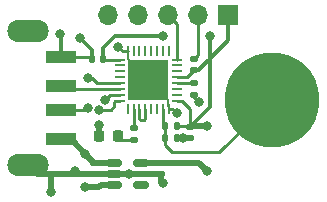
<source format=gbr>
%TF.GenerationSoftware,KiCad,Pcbnew,(7.0.0)*%
%TF.CreationDate,2023-02-23T15:33:30+08:00*%
%TF.ProjectId,CK,434b2e6b-6963-4616-945f-706362585858,rev?*%
%TF.SameCoordinates,Original*%
%TF.FileFunction,Copper,L1,Top*%
%TF.FilePolarity,Positive*%
%FSLAX46Y46*%
G04 Gerber Fmt 4.6, Leading zero omitted, Abs format (unit mm)*
G04 Created by KiCad (PCBNEW (7.0.0)) date 2023-02-23 15:33:30*
%MOMM*%
%LPD*%
G01*
G04 APERTURE LIST*
G04 Aperture macros list*
%AMRoundRect*
0 Rectangle with rounded corners*
0 $1 Rounding radius*
0 $2 $3 $4 $5 $6 $7 $8 $9 X,Y pos of 4 corners*
0 Add a 4 corners polygon primitive as box body*
4,1,4,$2,$3,$4,$5,$6,$7,$8,$9,$2,$3,0*
0 Add four circle primitives for the rounded corners*
1,1,$1+$1,$2,$3*
1,1,$1+$1,$4,$5*
1,1,$1+$1,$6,$7*
1,1,$1+$1,$8,$9*
0 Add four rect primitives between the rounded corners*
20,1,$1+$1,$2,$3,$4,$5,0*
20,1,$1+$1,$4,$5,$6,$7,0*
20,1,$1+$1,$6,$7,$8,$9,0*
20,1,$1+$1,$8,$9,$2,$3,0*%
G04 Aperture macros list end*
%TA.AperFunction,ComponentPad*%
%ADD10R,1.700000X1.700000*%
%TD*%
%TA.AperFunction,ComponentPad*%
%ADD11O,1.700000X1.700000*%
%TD*%
%TA.AperFunction,SMDPad,CuDef*%
%ADD12RoundRect,0.062500X0.375000X0.062500X-0.375000X0.062500X-0.375000X-0.062500X0.375000X-0.062500X0*%
%TD*%
%TA.AperFunction,SMDPad,CuDef*%
%ADD13RoundRect,0.062500X0.062500X0.375000X-0.062500X0.375000X-0.062500X-0.375000X0.062500X-0.375000X0*%
%TD*%
%TA.AperFunction,SMDPad,CuDef*%
%ADD14R,3.450000X3.450000*%
%TD*%
%TA.AperFunction,ComponentPad*%
%ADD15O,3.500000X1.900000*%
%TD*%
%TA.AperFunction,SMDPad,CuDef*%
%ADD16R,2.500000X1.100000*%
%TD*%
%TA.AperFunction,SMDPad,CuDef*%
%ADD17RoundRect,0.218750X-0.218750X-0.256250X0.218750X-0.256250X0.218750X0.256250X-0.218750X0.256250X0*%
%TD*%
%TA.AperFunction,SMDPad,CuDef*%
%ADD18RoundRect,0.140000X0.170000X-0.140000X0.170000X0.140000X-0.170000X0.140000X-0.170000X-0.140000X0*%
%TD*%
%TA.AperFunction,SMDPad,CuDef*%
%ADD19RoundRect,0.135000X0.185000X-0.135000X0.185000X0.135000X-0.185000X0.135000X-0.185000X-0.135000X0*%
%TD*%
%TA.AperFunction,SMDPad,CuDef*%
%ADD20RoundRect,0.140000X-0.170000X0.140000X-0.170000X-0.140000X0.170000X-0.140000X0.170000X0.140000X0*%
%TD*%
%TA.AperFunction,SMDPad,CuDef*%
%ADD21C,8.000000*%
%TD*%
%TA.AperFunction,SMDPad,CuDef*%
%ADD22RoundRect,0.135000X0.135000X0.185000X-0.135000X0.185000X-0.135000X-0.185000X0.135000X-0.185000X0*%
%TD*%
%TA.AperFunction,SMDPad,CuDef*%
%ADD23RoundRect,0.150000X-0.512500X-0.150000X0.512500X-0.150000X0.512500X0.150000X-0.512500X0.150000X0*%
%TD*%
%TA.AperFunction,SMDPad,CuDef*%
%ADD24RoundRect,0.140000X-0.140000X-0.170000X0.140000X-0.170000X0.140000X0.170000X-0.140000X0.170000X0*%
%TD*%
%TA.AperFunction,ViaPad*%
%ADD25C,0.800000*%
%TD*%
%TA.AperFunction,Conductor*%
%ADD26C,0.250000*%
%TD*%
%TA.AperFunction,Conductor*%
%ADD27C,0.500000*%
%TD*%
%TA.AperFunction,Conductor*%
%ADD28C,0.200000*%
%TD*%
%TA.AperFunction,Conductor*%
%ADD29C,0.300000*%
%TD*%
G04 APERTURE END LIST*
D10*
%TO.P,J2,1,Pin_1*%
%TO.N,/+3.3V*%
X112319999Y-98249999D03*
D11*
%TO.P,J2,2,Pin_2*%
%TO.N,/GND*%
X109779999Y-98249999D03*
%TO.P,J2,3,Pin_3*%
%TO.N,/DBG_TX*%
X107239999Y-98249999D03*
%TO.P,J2,4,Pin_4*%
%TO.N,/SWDCLK*%
X104699999Y-98249999D03*
%TO.P,J2,5,Pin_5*%
%TO.N,/SWDIO*%
X102159999Y-98249999D03*
%TD*%
D12*
%TO.P,U1,1,VDD*%
%TO.N,/+3.3V*%
X107987500Y-105550000D03*
%TO.P,U1,2,PC14*%
%TO.N,unconnected-(U1-PC14-Pad2)*%
X107987500Y-105050000D03*
%TO.P,U1,3,PC15*%
%TO.N,unconnected-(U1-PC15-Pad3)*%
X107987500Y-104550000D03*
%TO.P,U1,4,NRST*%
%TO.N,/RST*%
X107987500Y-104050000D03*
%TO.P,U1,5,VDDA*%
%TO.N,/+3.3V*%
X107987500Y-103550000D03*
%TO.P,U1,6,PA0*%
%TO.N,unconnected-(U1-PA0-Pad6)*%
X107987500Y-103050000D03*
%TO.P,U1,7,PA1*%
%TO.N,unconnected-(U1-PA1-Pad7)*%
X107987500Y-102550000D03*
%TO.P,U1,8,PA2*%
%TO.N,/DBG_TX*%
X107987500Y-102050000D03*
D13*
%TO.P,U1,9,PA3*%
%TO.N,unconnected-(U1-PA3-Pad9)*%
X107300000Y-101362500D03*
%TO.P,U1,10,PA4*%
%TO.N,unconnected-(U1-PA4-Pad10)*%
X106800000Y-101362500D03*
%TO.P,U1,11,PA5*%
%TO.N,unconnected-(U1-PA5-Pad11)*%
X106300000Y-101362500D03*
%TO.P,U1,12,PA6*%
%TO.N,unconnected-(U1-PA6-Pad12)*%
X105800000Y-101362500D03*
%TO.P,U1,13,PA7*%
%TO.N,unconnected-(U1-PA7-Pad13)*%
X105300000Y-101362500D03*
%TO.P,U1,14,PB0*%
%TO.N,unconnected-(U1-PB0-Pad14)*%
X104800000Y-101362500D03*
%TO.P,U1,15,PB1*%
%TO.N,unconnected-(U1-PB1-Pad15)*%
X104300000Y-101362500D03*
%TO.P,U1,16,VSS*%
%TO.N,/GND*%
X103800000Y-101362500D03*
D12*
%TO.P,U1,17,VDD*%
%TO.N,/+3.3V*%
X103112500Y-102050000D03*
%TO.P,U1,18,PA8*%
%TO.N,unconnected-(U1-PA8-Pad18)*%
X103112500Y-102550000D03*
%TO.P,U1,19,PA9*%
%TO.N,unconnected-(U1-PA9-Pad19)*%
X103112500Y-103050000D03*
%TO.P,U1,20,PA10*%
%TO.N,unconnected-(U1-PA10-Pad20)*%
X103112500Y-103550000D03*
%TO.P,U1,21,PA11*%
%TO.N,/USB_DM*%
X103112500Y-104050000D03*
%TO.P,U1,22,PA12*%
%TO.N,/USB_DP*%
X103112500Y-104550000D03*
%TO.P,U1,23,PA13*%
%TO.N,/SWDCLK*%
X103112500Y-105050000D03*
%TO.P,U1,24,PA14*%
%TO.N,/SWDIO*%
X103112500Y-105550000D03*
D13*
%TO.P,U1,25,PA15*%
%TO.N,unconnected-(U1-PA15-Pad25)*%
X103800000Y-106237500D03*
%TO.P,U1,26,PB3*%
%TO.N,/LED*%
X104300000Y-106237500D03*
%TO.P,U1,27,PB4*%
%TO.N,Net-(U1-PB4)*%
X104800000Y-106237500D03*
%TO.P,U1,28,PB5*%
X105300000Y-106237500D03*
%TO.P,U1,29,PB6*%
%TO.N,unconnected-(U1-PB6-Pad29)*%
X105800000Y-106237500D03*
%TO.P,U1,30,PB7*%
%TO.N,unconnected-(U1-PB7-Pad30)*%
X106300000Y-106237500D03*
%TO.P,U1,31,PH3*%
%TO.N,/TOUCH*%
X106800000Y-106237500D03*
%TO.P,U1,32,VSS*%
%TO.N,/GND*%
X107300000Y-106237500D03*
D14*
%TO.P,U1,33,VSS*%
X105549999Y-103799999D03*
%TD*%
D15*
%TO.P,J1,5,Shield*%
%TO.N,/GND*%
X95399999Y-99599999D03*
X95399999Y-110999999D03*
D16*
%TO.P,J1,4,GND*%
X98149999Y-101799999D03*
%TO.P,J1,3,D+*%
%TO.N,/USB_DP*%
X98149999Y-104299999D03*
%TO.P,J1,2,D-*%
%TO.N,/USB_DM*%
X98149999Y-106299999D03*
%TO.P,J1,1,VBUS*%
%TO.N,/+5V_USB*%
X98149999Y-108799999D03*
%TD*%
D17*
%TO.P,D1,1,K*%
%TO.N,/GND*%
X101400000Y-108500000D03*
%TO.P,D1,2,A*%
%TO.N,Net-(D1-A)*%
X102975000Y-108500000D03*
%TD*%
D18*
%TO.P,C2,1*%
%TO.N,/GND*%
X109050000Y-108700000D03*
%TO.P,C2,2*%
%TO.N,/+3.3V*%
X109050000Y-107740000D03*
%TD*%
D19*
%TO.P,R2,1*%
%TO.N,Net-(D1-A)*%
X104300000Y-108870000D03*
%TO.P,R2,2*%
%TO.N,/LED*%
X104300000Y-107850000D03*
%TD*%
D20*
%TO.P,C5,1*%
%TO.N,/+5V_USB*%
X100975000Y-110800000D03*
%TO.P,C5,2*%
%TO.N,/GND*%
X100975000Y-111760000D03*
%TD*%
D21*
%TO.P,TP1,1,1*%
%TO.N,/TOUCH*%
X116000000Y-105450000D03*
%TD*%
D20*
%TO.P,C6,1*%
%TO.N,/+3.3V*%
X106625000Y-110800000D03*
%TO.P,C6,2*%
%TO.N,/GND*%
X106625000Y-111760000D03*
%TD*%
D22*
%TO.P,R1,1*%
%TO.N,/GND*%
X107970000Y-108700000D03*
%TO.P,R1,2*%
%TO.N,/TOUCH*%
X106950000Y-108700000D03*
%TD*%
D20*
%TO.P,C4,1*%
%TO.N,/GND*%
X109450000Y-101990000D03*
%TO.P,C4,2*%
%TO.N,/+3.3V*%
X109450000Y-102950000D03*
%TD*%
D18*
%TO.P,C1,1*%
%TO.N,/GND*%
X109450000Y-105010000D03*
%TO.P,C1,2*%
%TO.N,/RST*%
X109450000Y-104050000D03*
%TD*%
D23*
%TO.P,U2,5,OUT*%
%TO.N,/+3.3V*%
X104925000Y-110800000D03*
%TO.P,U2,4,NR*%
%TO.N,unconnected-(U2-NR-Pad4)*%
X104925000Y-112700000D03*
%TO.P,U2,3,EN*%
%TO.N,/+5V_USB*%
X102650000Y-112700000D03*
%TO.P,U2,2,GND*%
%TO.N,/GND*%
X102650000Y-111750000D03*
%TO.P,U2,1,IN*%
%TO.N,/+5V_USB*%
X102650000Y-110800000D03*
%TD*%
D24*
%TO.P,C3,1*%
%TO.N,/GND*%
X100790000Y-102000000D03*
%TO.P,C3,2*%
%TO.N,/+3.3V*%
X101750000Y-102000000D03*
%TD*%
D22*
%TO.P,R3,1*%
%TO.N,/+3.3V*%
X107970000Y-107650000D03*
%TO.P,R3,2*%
%TO.N,/TOUCH*%
X106950000Y-107650000D03*
%TD*%
D25*
%TO.N,/GND*%
X99363000Y-111450000D03*
X106800000Y-112500000D03*
X103000000Y-100950000D03*
X106425000Y-104675000D03*
X104650000Y-104750000D03*
X106500000Y-102750000D03*
X104650000Y-102800000D03*
X109850000Y-105650000D03*
X108500000Y-108700000D03*
X107950000Y-106600000D03*
X103900000Y-111760000D03*
X97300000Y-113300000D03*
%TO.N,/+3.3V*%
X110500000Y-111500000D03*
X110500000Y-107700000D03*
X110750000Y-100050000D03*
X106750000Y-100050000D03*
%TO.N,/GND*%
X99800000Y-100250000D03*
X98100000Y-99900000D03*
X101400000Y-107550000D03*
%TO.N,/+5V_USB*%
X100200000Y-112800000D03*
X100212500Y-110037500D03*
%TO.N,/USB_DM*%
X100400000Y-106150000D03*
X100400000Y-103600000D03*
%TO.N,/SWDCLK*%
X101900000Y-105450000D03*
%TO.N,/SWDIO*%
X101386601Y-106310076D03*
%TD*%
D26*
%TO.N,/SWDIO*%
X102650000Y-106012500D02*
X102352424Y-106310076D01*
X102750000Y-105550000D02*
X102650000Y-105650000D01*
X102650000Y-105650000D02*
X102650000Y-106012500D01*
X103112500Y-105550000D02*
X102750000Y-105550000D01*
X101386601Y-106310076D02*
X102352424Y-106310076D01*
D27*
%TO.N,/GND*%
X99673000Y-111760000D02*
X99363000Y-111450000D01*
X100975000Y-111760000D02*
X99673000Y-111760000D01*
X106625000Y-112325000D02*
X106800000Y-112500000D01*
X106625000Y-111760000D02*
X106625000Y-112325000D01*
D28*
X103850000Y-102000000D02*
X104650000Y-102800000D01*
X103850000Y-101412500D02*
X103850000Y-102000000D01*
X103800000Y-101362500D02*
X103850000Y-101412500D01*
D26*
X103412500Y-101362500D02*
X103000000Y-100950000D01*
X103800000Y-101362500D02*
X103412500Y-101362500D01*
D29*
X105550000Y-103800000D02*
X106425000Y-104675000D01*
D28*
X107225000Y-105475000D02*
X106425000Y-104675000D01*
D29*
X105550000Y-103850000D02*
X104650000Y-104750000D01*
X105550000Y-103800000D02*
X105550000Y-103850000D01*
X105550000Y-103700000D02*
X106500000Y-102750000D01*
X105550000Y-103700000D02*
X104650000Y-102800000D01*
X105550000Y-103800000D02*
X105550000Y-103700000D01*
X109450000Y-105250000D02*
X109850000Y-105650000D01*
X109450000Y-105010000D02*
X109450000Y-105250000D01*
D27*
X109050000Y-108700000D02*
X108500000Y-108700000D01*
X108500000Y-108700000D02*
X107970000Y-108700000D01*
D26*
X107587500Y-106237500D02*
X107950000Y-106600000D01*
X107300000Y-106237500D02*
X107587500Y-106237500D01*
%TO.N,Net-(U1-PB4)*%
X104900000Y-107150000D02*
X105200000Y-107150000D01*
X105300000Y-107050000D02*
X105300000Y-106237500D01*
X104800000Y-107050000D02*
X104900000Y-107150000D01*
X105200000Y-107150000D02*
X105300000Y-107050000D01*
X104800000Y-106237500D02*
X104800000Y-107050000D01*
D27*
%TO.N,/GND*%
X102660000Y-111760000D02*
X102650000Y-111750000D01*
X106625000Y-111760000D02*
X102660000Y-111760000D01*
X97300000Y-111760000D02*
X97300000Y-113300000D01*
X97300000Y-111760000D02*
X96160000Y-111760000D01*
X100975000Y-111760000D02*
X97300000Y-111760000D01*
%TO.N,/+3.3V*%
X109090000Y-107700000D02*
X109050000Y-107740000D01*
X110500000Y-107700000D02*
X109090000Y-107700000D01*
X109800000Y-110800000D02*
X110500000Y-111500000D01*
X106625000Y-110800000D02*
X109800000Y-110800000D01*
D29*
X112320000Y-100430000D02*
X112320000Y-98250000D01*
X110750000Y-102000000D02*
X112320000Y-100430000D01*
X110750000Y-106040000D02*
X109050000Y-107740000D01*
X110750000Y-102000000D02*
X110750000Y-106040000D01*
D26*
%TO.N,/TOUCH*%
X111550000Y-109900000D02*
X116000000Y-105450000D01*
X107550000Y-109900000D02*
X111550000Y-109900000D01*
X106950000Y-108700000D02*
X106950000Y-109300000D01*
X106950000Y-109300000D02*
X107550000Y-109900000D01*
D29*
%TO.N,/+3.3V*%
X110750000Y-102000000D02*
X109875000Y-102875000D01*
X110750000Y-100050000D02*
X110750000Y-102000000D01*
D26*
X109875000Y-102875000D02*
X112320000Y-100430000D01*
D29*
X102750000Y-100050000D02*
X106500000Y-100050000D01*
X106500000Y-100050000D02*
X106750000Y-100050000D01*
D26*
X109800000Y-102950000D02*
X109875000Y-102875000D01*
D29*
X101750000Y-101050000D02*
X102750000Y-100050000D01*
X101750000Y-102000000D02*
X101750000Y-101050000D01*
%TO.N,/GND*%
X100790000Y-101240000D02*
X99800000Y-100250000D01*
X100790000Y-102000000D02*
X100790000Y-101240000D01*
X98150000Y-99950000D02*
X98100000Y-99900000D01*
X98150000Y-101800000D02*
X98150000Y-99950000D01*
D27*
X101400000Y-108500000D02*
X101400000Y-107550000D01*
%TO.N,/+5V_USB*%
X101400000Y-112800000D02*
X101500000Y-112700000D01*
X100200000Y-112800000D02*
X101400000Y-112800000D01*
X101500000Y-112700000D02*
X102650000Y-112700000D01*
X98975000Y-108800000D02*
X100975000Y-110800000D01*
X98150000Y-108800000D02*
X98975000Y-108800000D01*
%TO.N,/+3.3V*%
X106625000Y-110800000D02*
X104925000Y-110800000D01*
%TO.N,/GND*%
X96160000Y-111760000D02*
X95400000Y-111000000D01*
X100985000Y-111750000D02*
X100975000Y-111760000D01*
X102650000Y-111750000D02*
X100985000Y-111750000D01*
%TO.N,/+5V_USB*%
X102650000Y-110800000D02*
X100975000Y-110800000D01*
D26*
%TO.N,Net-(D1-A)*%
X103345000Y-108870000D02*
X102975000Y-108500000D01*
X104300000Y-108870000D02*
X103345000Y-108870000D01*
%TO.N,/LED*%
X104300000Y-106237500D02*
X104300000Y-107850000D01*
%TO.N,/DBG_TX*%
X107987500Y-98997500D02*
X107240000Y-98250000D01*
X107987500Y-102050000D02*
X107987500Y-98997500D01*
%TO.N,/+3.3V*%
X109450000Y-102950000D02*
X109800000Y-102950000D01*
%TO.N,/GND*%
X109780000Y-101660000D02*
X109780000Y-98250000D01*
X109450000Y-101990000D02*
X109780000Y-101660000D01*
D28*
X107225000Y-105975000D02*
X107225000Y-105475000D01*
D26*
X100590000Y-101800000D02*
X98150000Y-101800000D01*
D28*
X107300000Y-106237500D02*
X107300000Y-106050000D01*
X107300000Y-106050000D02*
X107225000Y-105975000D01*
D26*
X100790000Y-102000000D02*
X100590000Y-101800000D01*
%TO.N,/RST*%
X107987500Y-104050000D02*
X109450000Y-104050000D01*
%TO.N,/+3.3V*%
X107987500Y-105550000D02*
X108400000Y-105550000D01*
X109050000Y-106200000D02*
X109050000Y-107740000D01*
X101800000Y-102050000D02*
X101750000Y-102000000D01*
X107987500Y-103550000D02*
X108850000Y-103550000D01*
X108400000Y-105550000D02*
X109050000Y-106200000D01*
X107970000Y-107650000D02*
X108960000Y-107650000D01*
X108960000Y-107650000D02*
X109050000Y-107740000D01*
X103112500Y-102050000D02*
X101800000Y-102050000D01*
X108850000Y-103550000D02*
X109450000Y-102950000D01*
%TO.N,/USB_DM*%
X101200000Y-104050000D02*
X100750000Y-103600000D01*
X100400000Y-106150000D02*
X100600000Y-106300000D01*
X100750000Y-103600000D02*
X100400000Y-103600000D01*
X101200000Y-104050000D02*
X103112500Y-104050000D01*
X100600000Y-106300000D02*
X98150000Y-106300000D01*
%TO.N,/USB_DP*%
X98400000Y-104550000D02*
X98150000Y-104300000D01*
X103112500Y-104550000D02*
X98400000Y-104550000D01*
%TO.N,/SWDCLK*%
X103112500Y-105050000D02*
X102300000Y-105050000D01*
X102300000Y-105050000D02*
X101900000Y-105450000D01*
%TO.N,/TOUCH*%
X106800000Y-107500000D02*
X106950000Y-107650000D01*
X106800000Y-106237500D02*
X106800000Y-107500000D01*
X106950000Y-107650000D02*
X106950000Y-108700000D01*
%TD*%
M02*

</source>
